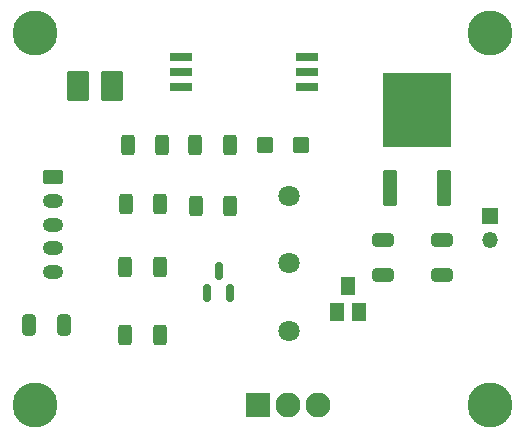
<source format=gbr>
%TF.GenerationSoftware,KiCad,Pcbnew,8.0.1*%
%TF.CreationDate,2025-03-02T16:25:42+00:00*%
%TF.ProjectId,PWM Control Circuit,50574d20-436f-46e7-9472-6f6c20436972,rev?*%
%TF.SameCoordinates,Original*%
%TF.FileFunction,Soldermask,Top*%
%TF.FilePolarity,Negative*%
%FSLAX46Y46*%
G04 Gerber Fmt 4.6, Leading zero omitted, Abs format (unit mm)*
G04 Created by KiCad (PCBNEW 8.0.1) date 2025-03-02 16:25:42*
%MOMM*%
%LPD*%
G01*
G04 APERTURE LIST*
G04 Aperture macros list*
%AMRoundRect*
0 Rectangle with rounded corners*
0 $1 Rounding radius*
0 $2 $3 $4 $5 $6 $7 $8 $9 X,Y pos of 4 corners*
0 Add a 4 corners polygon primitive as box body*
4,1,4,$2,$3,$4,$5,$6,$7,$8,$9,$2,$3,0*
0 Add four circle primitives for the rounded corners*
1,1,$1+$1,$2,$3*
1,1,$1+$1,$4,$5*
1,1,$1+$1,$6,$7*
1,1,$1+$1,$8,$9*
0 Add four rect primitives between the rounded corners*
20,1,$1+$1,$2,$3,$4,$5,0*
20,1,$1+$1,$4,$5,$6,$7,0*
20,1,$1+$1,$6,$7,$8,$9,0*
20,1,$1+$1,$8,$9,$2,$3,0*%
G04 Aperture macros list end*
%ADD10RoundRect,0.102000X-0.555000X-0.610000X0.555000X-0.610000X0.555000X0.610000X-0.555000X0.610000X0*%
%ADD11RoundRect,0.250000X-0.312500X-0.625000X0.312500X-0.625000X0.312500X0.625000X-0.312500X0.625000X0*%
%ADD12RoundRect,0.150000X0.150000X-0.587500X0.150000X0.587500X-0.150000X0.587500X-0.150000X-0.587500X0*%
%ADD13C,3.800000*%
%ADD14C,1.800000*%
%ADD15RoundRect,0.102000X-0.485000X-1.415000X0.485000X-1.415000X0.485000X1.415000X-0.485000X1.415000X0*%
%ADD16RoundRect,0.102000X-2.815000X-3.045000X2.815000X-3.045000X2.815000X3.045000X-2.815000X3.045000X0*%
%ADD17RoundRect,0.250000X-0.650000X0.325000X-0.650000X-0.325000X0.650000X-0.325000X0.650000X0.325000X0*%
%ADD18RoundRect,0.102000X0.500000X-0.700000X0.500000X0.700000X-0.500000X0.700000X-0.500000X-0.700000X0*%
%ADD19RoundRect,0.250000X-0.325000X-0.650000X0.325000X-0.650000X0.325000X0.650000X-0.325000X0.650000X0*%
%ADD20R,1.850000X0.650000*%
%ADD21RoundRect,0.102000X-0.955000X-0.955000X0.955000X-0.955000X0.955000X0.955000X-0.955000X0.955000X0*%
%ADD22C,2.114000*%
%ADD23R,1.350000X1.350000*%
%ADD24O,1.350000X1.350000*%
%ADD25RoundRect,0.250000X-0.625000X0.350000X-0.625000X-0.350000X0.625000X-0.350000X0.625000X0.350000X0*%
%ADD26O,1.750000X1.200000*%
%ADD27RoundRect,0.102000X-0.800000X-1.200000X0.800000X-1.200000X0.800000X1.200000X-0.800000X1.200000X0*%
G04 APERTURE END LIST*
D10*
%TO.C,D3*%
X107950000Y-90000000D03*
X111050000Y-90000000D03*
%TD*%
D11*
%TO.C,R5*%
X102075000Y-90000000D03*
X105000000Y-90000000D03*
%TD*%
D12*
%TO.C,D2*%
X103100000Y-102500000D03*
X105000000Y-102500000D03*
X104050000Y-100625000D03*
%TD*%
D13*
%TO.C,H1*%
X88500000Y-80500000D03*
%TD*%
D14*
%TO.C,+15V_TP1*%
X110000000Y-94325000D03*
%TD*%
D15*
%TO.C,U2*%
X118593300Y-93650000D03*
D16*
X120883300Y-87000000D03*
D15*
X123173300Y-93650000D03*
%TD*%
D17*
%TO.C,C2*%
X118000000Y-98025000D03*
X118000000Y-100975000D03*
%TD*%
D14*
%TO.C,GND_TP1*%
X110000000Y-100000000D03*
%TD*%
D11*
%TO.C,R1*%
X96350000Y-90000000D03*
X99275000Y-90000000D03*
%TD*%
D18*
%TO.C,D4*%
X114050000Y-104100000D03*
X115950000Y-104100000D03*
X115000000Y-101900000D03*
%TD*%
D19*
%TO.C,C1*%
X87990000Y-105200000D03*
X90940000Y-105200000D03*
%TD*%
D11*
%TO.C,R6*%
X102100000Y-95100000D03*
X105025000Y-95100000D03*
%TD*%
D14*
%TO.C,VG_TP1*%
X110000000Y-105750000D03*
%TD*%
D13*
%TO.C,H3*%
X88500000Y-112000000D03*
%TD*%
D17*
%TO.C,C3*%
X123000000Y-98025000D03*
X123000000Y-100975000D03*
%TD*%
D11*
%TO.C,R2*%
X96200000Y-95000000D03*
X99125000Y-95000000D03*
%TD*%
%TO.C,R3*%
X96125000Y-100300000D03*
X99050000Y-100300000D03*
%TD*%
%TO.C,R4*%
X96150000Y-106075000D03*
X99075000Y-106075000D03*
%TD*%
D20*
%TO.C,IC1*%
X100875000Y-82530000D03*
X100875000Y-83800000D03*
X100875000Y-85070000D03*
X111525000Y-85070000D03*
X111525000Y-83800000D03*
X111525000Y-82530000D03*
%TD*%
D21*
%TO.C,U1*%
X107420000Y-112000000D03*
D22*
X109960000Y-112000000D03*
X112500000Y-112000000D03*
%TD*%
D13*
%TO.C,H4*%
X127000000Y-112000000D03*
%TD*%
D23*
%TO.C,J2*%
X127000000Y-96000000D03*
D24*
X127000000Y-98000000D03*
%TD*%
D13*
%TO.C,H2*%
X127000000Y-80500000D03*
%TD*%
D25*
%TO.C,J1*%
X90040000Y-92720000D03*
D26*
X90040000Y-94720000D03*
X90040000Y-96720000D03*
X90040000Y-98720000D03*
X90040000Y-100720000D03*
%TD*%
D27*
%TO.C,D1*%
X92175000Y-85000000D03*
X95025000Y-85000000D03*
%TD*%
M02*

</source>
